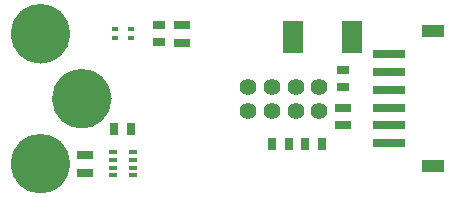
<source format=gbr>
%TF.GenerationSoftware,KiCad,Pcbnew,8.0.3*%
%TF.CreationDate,2024-07-01T09:22:30+07:00*%
%TF.ProjectId,WeatherStation,57656174-6865-4725-9374-6174696f6e2e,rev?*%
%TF.SameCoordinates,Original*%
%TF.FileFunction,Soldermask,Top*%
%TF.FilePolarity,Negative*%
%FSLAX46Y46*%
G04 Gerber Fmt 4.6, Leading zero omitted, Abs format (unit mm)*
G04 Created by KiCad (PCBNEW 8.0.3) date 2024-07-01 09:22:30*
%MOMM*%
%LPD*%
G01*
G04 APERTURE LIST*
%ADD10C,2.505000*%
%ADD11C,0.100000*%
%ADD12R,0.650000X1.000000*%
%ADD13R,0.500000X0.300000*%
%ADD14R,1.400000X0.800000*%
%ADD15R,1.800000X2.700000*%
%ADD16R,1.000000X0.650000*%
%ADD17R,2.700000X0.700000*%
%ADD18R,1.900000X1.100000*%
%ADD19R,0.700000X0.350000*%
%ADD20C,1.400000*%
G04 APERTURE END LIST*
D10*
X195127500Y-108600000D02*
G75*
G02*
X192622500Y-108600000I-1252500J0D01*
G01*
X192622500Y-108600000D02*
G75*
G02*
X195127500Y-108600000I1252500J0D01*
G01*
D11*
X197275002Y-114000000D02*
X197475002Y-114200000D01*
D10*
X198627501Y-114100000D02*
G75*
G02*
X196122501Y-114100000I-1252500J0D01*
G01*
X196122501Y-114100000D02*
G75*
G02*
X198627501Y-114100000I1252500J0D01*
G01*
D11*
X193775001Y-108500000D02*
X193975001Y-108700000D01*
D10*
X195127501Y-119600000D02*
G75*
G02*
X192622501Y-119600000I-1252500J0D01*
G01*
X192622501Y-119600000D02*
G75*
G02*
X195127501Y-119600000I1252500J0D01*
G01*
D11*
X193775002Y-119500000D02*
X193975002Y-119700000D01*
D12*
%TO.C,C69*%
X213475001Y-117900001D03*
X214925001Y-117900001D03*
%TD*%
D13*
%TO.C,U12*%
X200175000Y-108200001D03*
X200175000Y-109000001D03*
X201575000Y-109000001D03*
X201575000Y-108200001D03*
%TD*%
D14*
%TO.C,C63*%
X219475002Y-114850000D03*
X219475002Y-116350000D03*
%TD*%
D15*
%TO.C,C65*%
X220275002Y-108900000D03*
X215275002Y-108900000D03*
%TD*%
D16*
%TO.C,C66*%
X203875000Y-109324999D03*
X203875000Y-107875001D03*
%TD*%
D12*
%TO.C,R36*%
X216250001Y-117900001D03*
X217700001Y-117900001D03*
%TD*%
D17*
%TO.C,U11*%
X223425002Y-110350000D03*
X223425002Y-111850000D03*
X223425002Y-113350000D03*
X223425002Y-114850000D03*
X223425002Y-116350000D03*
X223425002Y-117850000D03*
D18*
X227125002Y-119800000D03*
X227125002Y-108400000D03*
%TD*%
D14*
%TO.C,C67*%
X205875000Y-109350000D03*
X205875000Y-107850000D03*
%TD*%
D19*
%TO.C,U14*%
X201750000Y-118625000D03*
X201750000Y-119275001D03*
X201750000Y-119925001D03*
X201750000Y-120575002D03*
X200000000Y-120575002D03*
X200000000Y-119925001D03*
X200000000Y-119275001D03*
X200000000Y-118625000D03*
%TD*%
D12*
%TO.C,C74*%
X200125001Y-116700001D03*
X201574999Y-116700001D03*
%TD*%
D14*
%TO.C,C75*%
X197675000Y-118850001D03*
X197675000Y-120350001D03*
%TD*%
D16*
%TO.C,R33*%
X219475002Y-113124999D03*
X219475002Y-111675001D03*
%TD*%
D20*
%TO.C,J6*%
X217475001Y-113100001D03*
X217475001Y-115100001D03*
X215475001Y-113100001D03*
X215475001Y-115100001D03*
X213475001Y-113100001D03*
X213475001Y-115100001D03*
X211475001Y-113100001D03*
X211475001Y-115100001D03*
%TD*%
M02*

</source>
